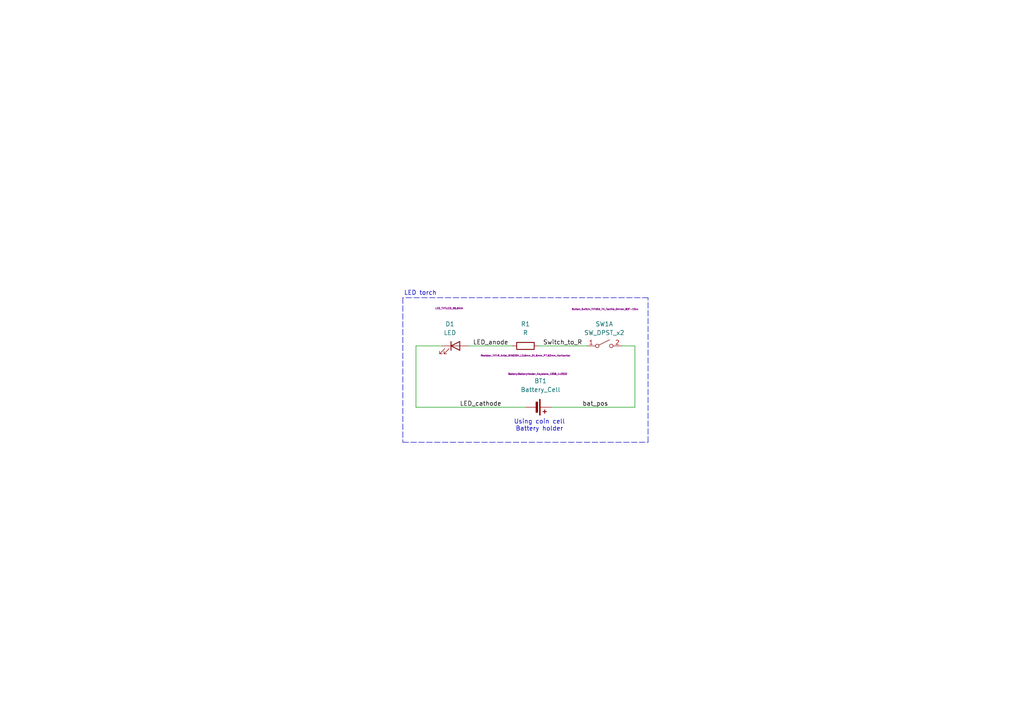
<source format=kicad_sch>
(kicad_sch (version 20231120) (generator "eeschema") (generator_version "8.0")
  (paper "A4")
  (title_block (title "LED Torch") (date "2024-05-19") (company "BASSINGA-LAB") (comment 1 "Project 1 of KiCad"))
  (lib_symbols
    (symbol "Device:Battery_Cell" (pin_numbers hide) (pin_names (offset 0) hide)
      (property "Reference" "BT" (at 2.54 2.54 0))
      (property "Value" "Battery_Cell" (at 2.54 0 0))
      (symbol "Battery_Cell_0_1"
        (rectangle (start -2.286 1.778) (end 2.286 1.524) (fill (type outline)))
        (rectangle (start -1.524 1.016) (end 1.524 0.508) (fill (type outline)))
        (polyline (pts (xy 0 0.762) (xy 0 0)))
        (polyline (pts (xy 0 1.778) (xy 0 2.54)))
        (polyline (pts (xy 0.762 3.048) (xy 1.778 3.048)) (stroke (width 0.254)))
        (polyline (pts (xy 1.27 3.556) (xy 1.27 2.54)) (stroke (width 0.254)))
      )
      (symbol "Battery_Cell_1_1"
        (pin passive line (at 0 5.08 270) (length 2.54) (name "+") (number "1"))
        (pin passive line (at 0 -2.54 90) (length 2.54) (name "-") (number "2"))
      )
    )
    (symbol "Device:LED" (pin_numbers hide) (pin_names (offset 1.016) hide)
      (property "Reference" "D" (at 0 2.54 0))
      (property "Value" "LED" (at 0 -2.54 0))
      (symbol "LED_0_1"
        (polyline (pts (xy -1.27 -1.27) (xy -1.27 1.27)) (stroke (width 0.254)))
        (polyline (pts (xy -1.27 0) (xy 1.27 0)))
        (polyline (pts (xy 1.27 -1.27) (xy 1.27 1.27) (xy -1.27 0) (xy 1.27 -1.27)) (stroke (width 0.254)))
        (polyline (pts (xy -3.048 -0.762) (xy -4.572 -2.286) (xy -3.81 -2.286) (xy -4.572 -2.286) (xy -4.572 -1.524)))
        (polyline (pts (xy -1.778 -0.762) (xy -3.302 -2.286) (xy -2.54 -2.286) (xy -3.302 -2.286) (xy -3.302 -1.524)))
      )
      (symbol "LED_1_1"
        (pin passive line (at -3.81 0 0) (length 2.54) (name "K") (number "1"))
        (pin passive line (at 3.81 0 180) (length 2.54) (name "A") (number "2"))
      )
    )
    (symbol "Device:R" (pin_numbers hide) (pin_names (offset 0))
      (property "Reference" "R" (at 2.032 0 90))
      (property "Value" "R" (at 0 0 90))
      (symbol "R_0_1"
        (rectangle (start -1.016 -2.54) (end 1.016 2.54) (stroke (width 0.254)))
      )
      (symbol "R_1_1"
        (pin passive line (at 0 3.81 270) (length 1.27) (name "~") (number "1"))
        (pin passive line (at 0 -3.81 90) (length 1.27) (name "~") (number "2"))
      )
    )
    (symbol "Switch:SW_DPST_x2" (pin_names (offset 0) hide)
      (property "Reference" "SW" (at 0 3.175 0))
      (property "Value" "SW_DPST_x2" (at 0 -2.54 0))
      (symbol "SW_DPST_x2_0_0"
        (circle (center -2.032 0) (radius 0.508))
        (polyline (pts (xy -1.524 0.254) (xy 1.524 1.778)))
        (circle (center 2.032 0) (radius 0.508))
      )
      (symbol "SW_DPST_x2_1_1"
        (pin passive line (at -5.08 0 0) (length 2.54) (name "A") (number "1"))
        (pin passive line (at 5.08 0 180) (length 2.54) (name "B") (number "2"))
      )
      (symbol "SW_DPST_x2_2_1"
        (pin passive line (at -5.08 0 0) (length 2.54) (name "A") (number "3"))
        (pin passive line (at 5.08 0 180) (length 2.54) (name "B") (number "4"))
      )
    )
  )
  (polyline (pts (xy 116.84 128.27) (xy 187.96 128.27)) (stroke (width 0) (type dash)))
  (wire (pts (xy 156.21 100.33) (xy 170.18 100.33)))
  (polyline (pts (xy 187.96 86.36) (xy 116.84 86.36)) (stroke (width 0) (type dash)))
  (polyline (pts (xy 116.84 86.36) (xy 116.84 128.27)) (stroke (width 0) (type dash)))
  (wire (pts (xy 120.65 118.11) (xy 120.65 100.33)))
  (wire (pts (xy 152.4 118.11) (xy 120.65 118.11)))
  (wire (pts (xy 184.15 100.33) (xy 184.15 118.11)))
  (wire (pts (xy 180.34 100.33) (xy 184.15 100.33)))
  (wire (pts (xy 184.15 118.11) (xy 160.02 118.11)))
  (wire (pts (xy 135.89 100.33) (xy 148.59 100.33)))
  (polyline (pts (xy 187.96 128.27) (xy 187.96 86.36)) (stroke (width 0) (type dash)))
  (wire (pts (xy 120.65 100.33) (xy 128.27 100.33)))
  (text "LED torch" (at 121.92 85.09 0) (effects (font (size 1.27 1.27))))
  (text "Using coin cell\nBattery holder" (at 156.464 123.444 0) (effects (font (size 1.27 1.27))))
  (label "LED_anode" (at 137.16 100.33 0))
  (label "Switch_to_R" (at 157.48 100.33 0))
  (label "bat_pos" (at 168.91 118.11 0))
  (label "LED_cathode" (at 133.35 118.11 0))
  (symbol (lib_id "Device:Battery_Cell") (at 154.94 118.11 270) (unit 1)
    (property "Reference" "BT1" (at 156.7815 110.49 90))
    (property "Value" "Battery_Cell" (at 156.7815 113.03 90))
    (property "Footprint" "Battery:BatteryHolder_Keystone_1058_1x2032" (at 155.956 108.458 90) (effects (font (size 0.5 0.5))))
    (property "Description" "Single-cell battery" (effects (hide yes)))
  )
  (symbol (lib_id "Switch:SW_DPST_x2") (at 175.26 100.33 0) (unit 1)
    (property "Reference" "SW1" (at 175.26 93.98 0))
    (property "Value" "SW_DPST_x2" (at 175.26 96.52 0))
    (property "Footprint" "Button_Switch_THT:SW_TH_Tactile_Omron_B3F-10xx" (at 175.514 89.662 0) (effects (font (size 0.5 0.5))))
    (property "Description" "Single Pole Single Throw (SPST) switch, separate symbol" (effects (hide yes)))
  )
  (symbol (lib_id "Device:R") (at 152.4 100.33 270) (unit 1)
    (property "Reference" "R1" (at 152.4 93.98 90))
    (property "Value" "R" (at 152.4 96.52 90))
    (property "Footprint" "Resistor_THT:R_Axial_DIN0204_L3.6mm_D1.6mm_P7.62mm_Horizontal" (at 152.4 103.124 90) (effects (font (size 0.5 0.5))))
    (property "Description" "Resistor" (effects (hide yes)))
  )
  (symbol (lib_id "Device:LED") (at 132.08 100.33 0) (unit 1)
    (property "Reference" "D1" (at 130.4925 93.98 0))
    (property "Value" "LED" (at 130.4925 96.52 0))
    (property "Footprint" "LED_THT:LED_D5.0mm" (at 130.302 89.408 0) (effects (font (size 0.5 0.5))))
    (property "Description" "Light emitting diode" (effects (hide yes)))
  )
)
</source>
